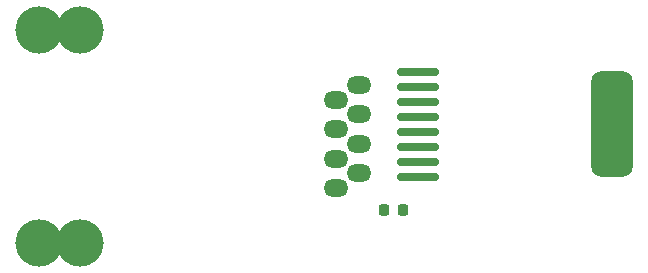
<source format=gbr>
%TF.GenerationSoftware,KiCad,Pcbnew,(6.0.0)*%
%TF.CreationDate,2022-01-12T21:24:23-06:00*%
%TF.ProjectId,Current_Sense,43757272-656e-4745-9f53-656e73652e6b,rev?*%
%TF.SameCoordinates,Original*%
%TF.FileFunction,Soldermask,Top*%
%TF.FilePolarity,Negative*%
%FSLAX46Y46*%
G04 Gerber Fmt 4.6, Leading zero omitted, Abs format (unit mm)*
G04 Created by KiCad (PCBNEW (6.0.0)) date 2022-01-12 21:24:23*
%MOMM*%
%LPD*%
G01*
G04 APERTURE LIST*
G04 Aperture macros list*
%AMRoundRect*
0 Rectangle with rounded corners*
0 $1 Rounding radius*
0 $2 $3 $4 $5 $6 $7 $8 $9 X,Y pos of 4 corners*
0 Add a 4 corners polygon primitive as box body*
4,1,4,$2,$3,$4,$5,$6,$7,$8,$9,$2,$3,0*
0 Add four circle primitives for the rounded corners*
1,1,$1+$1,$2,$3*
1,1,$1+$1,$4,$5*
1,1,$1+$1,$6,$7*
1,1,$1+$1,$8,$9*
0 Add four rect primitives between the rounded corners*
20,1,$1+$1,$2,$3,$4,$5,0*
20,1,$1+$1,$4,$5,$6,$7,0*
20,1,$1+$1,$6,$7,$8,$9,0*
20,1,$1+$1,$8,$9,$2,$3,0*%
G04 Aperture macros list end*
%ADD10RoundRect,0.218750X0.218750X0.256250X-0.218750X0.256250X-0.218750X-0.256250X0.218750X-0.256250X0*%
%ADD11C,4.000000*%
%ADD12O,2.100000X1.500000*%
%ADD13RoundRect,0.875000X-0.875000X3.625000X-0.875000X-3.625000X0.875000X-3.625000X0.875000X3.625000X0*%
%ADD14RoundRect,0.175000X-1.575000X0.175000X-1.575000X-0.175000X1.575000X-0.175000X1.575000X0.175000X0*%
G04 APERTURE END LIST*
D10*
%TO.C,C1*%
X104521000Y-92329000D03*
X106096000Y-92329000D03*
%TD*%
D11*
%TO.C,U1*%
X75290000Y-95145001D03*
X78790000Y-77145001D03*
X75290000Y-77145001D03*
X78790000Y-95145001D03*
D12*
X102390000Y-81765001D03*
X102390000Y-84265001D03*
X100390000Y-83015001D03*
X100390000Y-85515001D03*
X102390000Y-86765001D03*
X100390000Y-88015001D03*
X102390000Y-89265001D03*
X100390000Y-90515001D03*
%TD*%
D13*
%TO.C,J5*%
X123825000Y-85090000D03*
D14*
X107380000Y-84455000D03*
X107380000Y-81915000D03*
X107380000Y-80645000D03*
X107380000Y-83185000D03*
X107380000Y-85725000D03*
X107380000Y-86995000D03*
X107380000Y-88265000D03*
X107380000Y-89535000D03*
%TD*%
M02*

</source>
